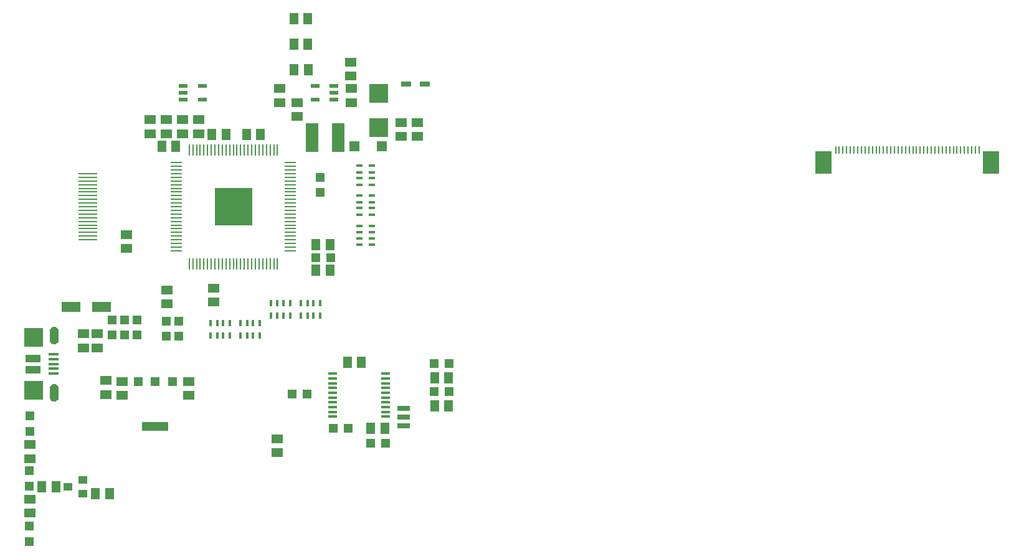
<source format=gbr>
G04 EAGLE Gerber RS-274X export*
G75*
%MOMM*%
%FSLAX34Y34*%
%LPD*%
%INSolderpaste Top*%
%IPPOS*%
%AMOC8*
5,1,8,0,0,1.08239X$1,22.5*%
G01*
%ADD10R,2.600000X0.250000*%
%ADD11R,0.270000X1.500000*%
%ADD12R,1.500000X0.270000*%
%ADD13R,5.200000X5.200000*%
%ADD14R,1.500000X1.300000*%
%ADD15R,1.300000X1.200000*%
%ADD16R,1.200000X1.300000*%
%ADD17R,1.300000X1.500000*%
%ADD18R,1.200000X0.550000*%
%ADD19R,1.300000X1.300000*%
%ADD20R,3.600000X1.300000*%
%ADD21R,1.350000X0.400000*%
%ADD22R,2.000000X1.000000*%
%ADD23R,2.500000X2.500000*%
%ADD24R,1.270000X0.304800*%
%ADD25R,1.700000X0.700000*%
%ADD26R,0.900000X0.450000*%
%ADD27R,0.450000X0.900000*%
%ADD28R,1.200000X1.200000*%
%ADD29R,1.800000X4.000000*%
%ADD30R,1.400000X1.400000*%
%ADD31R,2.540000X2.540000*%
%ADD32R,1.200000X1.000000*%
%ADD33R,0.250000X1.100000*%
%ADD34R,2.300000X3.100000*%
%ADD35R,1.350000X0.800000*%
%ADD36R,2.600000X1.400000*%

G36*
X46590Y402883D02*
X46590Y402883D01*
X47864Y403083D01*
X47911Y403100D01*
X48001Y403121D01*
X49197Y403599D01*
X49240Y403626D01*
X49323Y403666D01*
X50383Y404398D01*
X50419Y404434D01*
X50490Y404492D01*
X51361Y405442D01*
X51388Y405484D01*
X51445Y405557D01*
X52082Y406677D01*
X52099Y406724D01*
X52138Y406807D01*
X52511Y408041D01*
X52516Y408091D01*
X52536Y408181D01*
X52625Y409466D01*
X52623Y409486D01*
X52626Y409510D01*
X52626Y420510D01*
X52624Y420525D01*
X52625Y420545D01*
X52564Y421671D01*
X52553Y421718D01*
X52545Y421794D01*
X52264Y422887D01*
X52244Y422931D01*
X52222Y423004D01*
X51734Y424021D01*
X51706Y424060D01*
X51669Y424127D01*
X50992Y425030D01*
X50957Y425063D01*
X50908Y425121D01*
X50068Y425874D01*
X50027Y425900D01*
X49967Y425948D01*
X48996Y426522D01*
X48951Y426539D01*
X48884Y426575D01*
X47819Y426949D01*
X47772Y426957D01*
X47699Y426979D01*
X46582Y427138D01*
X46554Y427137D01*
X46402Y427138D01*
X45286Y426979D01*
X45240Y426964D01*
X45165Y426949D01*
X44100Y426575D01*
X44058Y426551D01*
X43988Y426522D01*
X43017Y425948D01*
X42980Y425916D01*
X42916Y425874D01*
X42076Y425121D01*
X42047Y425084D01*
X41992Y425030D01*
X41315Y424127D01*
X41293Y424084D01*
X41250Y424021D01*
X40762Y423004D01*
X40749Y422957D01*
X40720Y422887D01*
X40439Y421794D01*
X40436Y421746D01*
X40420Y421671D01*
X40359Y420545D01*
X40361Y420529D01*
X40358Y420510D01*
X40358Y409510D01*
X40361Y409495D01*
X40359Y409475D01*
X40420Y408349D01*
X40432Y408302D01*
X40439Y408226D01*
X40720Y407133D01*
X40740Y407089D01*
X40762Y407016D01*
X41250Y405999D01*
X41279Y405960D01*
X41315Y405893D01*
X41992Y404990D01*
X42027Y404957D01*
X42076Y404899D01*
X42916Y404146D01*
X42957Y404120D01*
X43017Y404072D01*
X43988Y403498D01*
X44033Y403481D01*
X44100Y403445D01*
X45165Y403071D01*
X45212Y403063D01*
X45286Y403041D01*
X46402Y402882D01*
X46403Y402882D01*
X46590Y402883D01*
G37*
G36*
X46590Y324883D02*
X46590Y324883D01*
X47864Y325083D01*
X47911Y325100D01*
X48001Y325121D01*
X49197Y325599D01*
X49240Y325626D01*
X49323Y325666D01*
X50383Y326398D01*
X50419Y326434D01*
X50490Y326492D01*
X51361Y327442D01*
X51388Y327484D01*
X51445Y327557D01*
X52082Y328677D01*
X52099Y328724D01*
X52138Y328807D01*
X52511Y330041D01*
X52516Y330091D01*
X52536Y330181D01*
X52625Y331466D01*
X52623Y331486D01*
X52626Y331510D01*
X52626Y342510D01*
X52624Y342525D01*
X52625Y342545D01*
X52564Y343671D01*
X52553Y343718D01*
X52545Y343794D01*
X52264Y344887D01*
X52244Y344931D01*
X52222Y345004D01*
X51734Y346021D01*
X51706Y346060D01*
X51669Y346127D01*
X50992Y347030D01*
X50957Y347063D01*
X50908Y347121D01*
X50068Y347874D01*
X50027Y347900D01*
X49967Y347948D01*
X48996Y348522D01*
X48951Y348539D01*
X48884Y348575D01*
X47819Y348949D01*
X47772Y348957D01*
X47699Y348979D01*
X46582Y349138D01*
X46554Y349137D01*
X46402Y349138D01*
X45286Y348979D01*
X45240Y348964D01*
X45165Y348949D01*
X44100Y348575D01*
X44058Y348551D01*
X43988Y348522D01*
X43017Y347948D01*
X42980Y347916D01*
X42916Y347874D01*
X42076Y347121D01*
X42047Y347084D01*
X41992Y347030D01*
X41315Y346127D01*
X41293Y346084D01*
X41250Y346021D01*
X40762Y345004D01*
X40749Y344957D01*
X40720Y344887D01*
X40439Y343794D01*
X40436Y343746D01*
X40420Y343671D01*
X40359Y342545D01*
X40361Y342529D01*
X40358Y342510D01*
X40358Y331510D01*
X40361Y331495D01*
X40359Y331475D01*
X40420Y330349D01*
X40432Y330302D01*
X40439Y330226D01*
X40720Y329133D01*
X40740Y329089D01*
X40762Y329016D01*
X41250Y327999D01*
X41279Y327960D01*
X41315Y327893D01*
X41992Y326990D01*
X42027Y326957D01*
X42076Y326899D01*
X42916Y326146D01*
X42957Y326120D01*
X43017Y326072D01*
X43988Y325498D01*
X44033Y325481D01*
X44100Y325445D01*
X45165Y325071D01*
X45212Y325063D01*
X45286Y325041D01*
X46402Y324882D01*
X46403Y324882D01*
X46590Y324883D01*
G37*
D10*
X92492Y545010D03*
X92492Y550010D03*
X92492Y555010D03*
X92492Y560010D03*
X92492Y565010D03*
X92492Y570010D03*
X92492Y575010D03*
X92492Y580010D03*
X92492Y585010D03*
X92492Y590010D03*
X92492Y595010D03*
X92492Y600010D03*
X92492Y605010D03*
X92492Y610010D03*
X92492Y615010D03*
X92492Y620010D03*
X92492Y625010D03*
X92492Y630010D03*
X92492Y635010D03*
D11*
X229992Y667510D03*
X234992Y667510D03*
X239992Y667510D03*
X244992Y667510D03*
X249992Y667510D03*
X254992Y667510D03*
X259992Y667510D03*
X264992Y667510D03*
X269992Y667510D03*
X274992Y667510D03*
X279992Y667510D03*
X284992Y667510D03*
X289992Y667510D03*
X294992Y667510D03*
X299992Y667510D03*
X304992Y667510D03*
X309992Y667510D03*
X314992Y667510D03*
X319992Y667510D03*
X324992Y667510D03*
X329992Y667510D03*
X334992Y667510D03*
X339992Y667510D03*
X344992Y667510D03*
X349992Y667510D03*
X229992Y512510D03*
X234992Y512510D03*
X239992Y512510D03*
X244992Y512510D03*
X249992Y512510D03*
X254992Y512510D03*
X259992Y512510D03*
X264992Y512510D03*
X269992Y512510D03*
X274992Y512510D03*
X279992Y512510D03*
X284992Y512510D03*
X289992Y512510D03*
X294992Y512510D03*
X299992Y512510D03*
X304992Y512510D03*
X309992Y512510D03*
X314992Y512510D03*
X319992Y512510D03*
X324992Y512510D03*
X329992Y512510D03*
X334992Y512510D03*
X339992Y512510D03*
X344992Y512510D03*
X349992Y512510D03*
D12*
X367492Y530010D03*
X367492Y535010D03*
X367492Y540010D03*
X367492Y545010D03*
X367492Y550010D03*
X367492Y555010D03*
X367492Y560010D03*
X367492Y565010D03*
X367492Y570010D03*
X367492Y575010D03*
X367492Y580010D03*
X367492Y585010D03*
X367492Y590010D03*
X367492Y595010D03*
X367492Y600010D03*
X367492Y605010D03*
X367492Y610010D03*
X367492Y615010D03*
X367492Y620010D03*
X367492Y625010D03*
X367492Y630010D03*
X367492Y635010D03*
X367492Y640010D03*
X367492Y645010D03*
X367492Y650010D03*
X212492Y650010D03*
X212492Y645010D03*
X212492Y640010D03*
X212492Y635010D03*
X212492Y630010D03*
X212492Y625010D03*
X212492Y620010D03*
X212492Y615010D03*
X212492Y610010D03*
X212492Y605010D03*
X212492Y600010D03*
X212492Y595010D03*
X212492Y590010D03*
X212492Y585010D03*
X212492Y580010D03*
X212492Y575010D03*
X212492Y570010D03*
X212492Y565010D03*
X212492Y560010D03*
X212492Y555010D03*
X212492Y550010D03*
X212492Y545010D03*
X212492Y540010D03*
X212492Y535010D03*
X212492Y530010D03*
D13*
X289992Y590010D03*
D14*
X176992Y708510D03*
X176992Y689510D03*
D15*
X158812Y415350D03*
X158812Y435670D03*
D16*
X422152Y520740D03*
X401832Y520740D03*
D15*
X125352Y415350D03*
X125352Y435670D03*
X142082Y415350D03*
X142082Y435670D03*
D14*
X262992Y479510D03*
X262992Y460510D03*
D17*
X279992Y688010D03*
X260992Y688010D03*
X402492Y538740D03*
X421492Y538740D03*
D15*
X407992Y609850D03*
X407992Y630170D03*
D17*
X326992Y688010D03*
X307992Y688010D03*
X192992Y672510D03*
X211992Y672510D03*
D14*
X105082Y417230D03*
X105082Y398230D03*
X199992Y477010D03*
X199992Y458010D03*
D15*
X199142Y434280D03*
X199142Y413960D03*
X216182Y414080D03*
X216182Y434400D03*
D14*
X144992Y552010D03*
X144992Y533010D03*
D18*
X221991Y754510D03*
X221991Y745010D03*
X221991Y735510D03*
X247993Y735510D03*
X247993Y754510D03*
D14*
X198992Y708510D03*
X198992Y689510D03*
X220992Y708510D03*
X220992Y689510D03*
D19*
X206992Y352510D03*
X183992Y352510D03*
X160992Y352510D03*
D20*
X183992Y291510D03*
D21*
X45242Y389010D03*
X45242Y382510D03*
X45242Y376010D03*
X45242Y369510D03*
X45242Y363010D03*
D22*
X17492Y383510D03*
X17492Y368510D03*
D23*
X18492Y412010D03*
X18492Y340010D03*
D14*
X86082Y417230D03*
X86082Y398230D03*
X138992Y333510D03*
X138992Y352510D03*
X228992Y333510D03*
X228992Y352510D03*
D17*
X421492Y504010D03*
X402492Y504010D03*
D24*
X497180Y304420D03*
X497180Y310920D03*
X497180Y317420D03*
X497180Y323920D03*
X497180Y330420D03*
X497180Y336920D03*
X497180Y343420D03*
X497180Y349920D03*
X497180Y356420D03*
X497180Y362920D03*
X424824Y362920D03*
X424824Y356420D03*
X424824Y349920D03*
X424824Y343420D03*
X424824Y336920D03*
X424824Y330420D03*
X424824Y323920D03*
X424824Y317420D03*
X424824Y310920D03*
X424824Y304420D03*
D25*
X521852Y292090D03*
X521852Y304090D03*
X521852Y316090D03*
D17*
X476902Y288220D03*
X495902Y288220D03*
D16*
X425442Y288220D03*
X445762Y288220D03*
D26*
X477992Y564010D03*
X460992Y564010D03*
X477992Y555010D03*
X477992Y547010D03*
X477992Y538010D03*
X460992Y538010D03*
X460992Y555010D03*
X460992Y547010D03*
X477992Y605010D03*
X460992Y605010D03*
X477992Y596010D03*
X477992Y588010D03*
X477992Y579010D03*
X460992Y579010D03*
X460992Y596010D03*
X460992Y588010D03*
D27*
X366992Y442010D03*
X366992Y459010D03*
X357992Y442010D03*
X349992Y442010D03*
X340992Y442010D03*
X340992Y459010D03*
X357992Y459010D03*
X349992Y459010D03*
X407992Y442010D03*
X407992Y459010D03*
X398992Y442010D03*
X390992Y442010D03*
X381992Y442010D03*
X381992Y459010D03*
X398992Y459010D03*
X390992Y459010D03*
X284992Y414510D03*
X284992Y431510D03*
X275992Y414510D03*
X267992Y414510D03*
X258992Y414510D03*
X258992Y431510D03*
X275992Y431510D03*
X267992Y431510D03*
X325992Y414510D03*
X325992Y431510D03*
X316992Y414510D03*
X308992Y414510D03*
X299992Y414510D03*
X299992Y431510D03*
X316992Y431510D03*
X308992Y431510D03*
D26*
X477992Y646010D03*
X460992Y646010D03*
X477992Y637010D03*
X477992Y629010D03*
X477992Y620010D03*
X460992Y620010D03*
X460992Y637010D03*
X460992Y629010D03*
D17*
X463902Y378120D03*
X444902Y378120D03*
D14*
X13492Y173330D03*
X13492Y192330D03*
D28*
X12532Y155960D03*
X12532Y134960D03*
D18*
X426993Y735510D03*
X426993Y745010D03*
X426993Y754510D03*
X400991Y754510D03*
X400991Y735510D03*
D29*
X396992Y684010D03*
X432992Y684010D03*
D30*
X491492Y672010D03*
X454492Y672010D03*
D14*
X376492Y731510D03*
X376492Y712510D03*
X539992Y685510D03*
X539992Y704510D03*
X517992Y685510D03*
X517992Y704510D03*
X449992Y750510D03*
X449992Y731510D03*
X449532Y767790D03*
X449532Y786790D03*
D31*
X487992Y697515D03*
X487992Y744505D03*
D14*
X352992Y731510D03*
X352992Y750510D03*
X242992Y708510D03*
X242992Y689510D03*
D28*
X13532Y284510D03*
X13532Y305510D03*
D14*
X13532Y266510D03*
X13532Y247510D03*
D28*
X12532Y209735D03*
X12532Y230735D03*
D17*
X29807Y208990D03*
X48807Y208990D03*
D32*
X65212Y208990D03*
X85212Y218490D03*
X85212Y199490D03*
D17*
X121602Y199720D03*
X102602Y199720D03*
D16*
X562982Y376410D03*
X583302Y376410D03*
X562982Y338310D03*
X583302Y338310D03*
D17*
X582642Y357360D03*
X563642Y357360D03*
X563642Y319260D03*
X582642Y319260D03*
D16*
X496562Y268440D03*
X476242Y268440D03*
X369562Y334940D03*
X389882Y334940D03*
D14*
X349822Y274240D03*
X349822Y255240D03*
D33*
X1303692Y667010D03*
X1298692Y667010D03*
X1293692Y667010D03*
X1288692Y667010D03*
X1283692Y667010D03*
X1278692Y667010D03*
X1273692Y667010D03*
X1268692Y667010D03*
X1263692Y667010D03*
X1258692Y667010D03*
X1253692Y667010D03*
X1248692Y667010D03*
X1243692Y667010D03*
X1238692Y667010D03*
X1233692Y667010D03*
X1228692Y667010D03*
X1223692Y667010D03*
X1218692Y667010D03*
X1213692Y667010D03*
X1208692Y667010D03*
X1203692Y667010D03*
X1198692Y667010D03*
X1193692Y667010D03*
X1188692Y667010D03*
X1183692Y667010D03*
X1178692Y667010D03*
X1173692Y667010D03*
X1168692Y667010D03*
X1163692Y667010D03*
X1158692Y667010D03*
X1153692Y667010D03*
X1148692Y667010D03*
X1143692Y667010D03*
X1138692Y667010D03*
X1133692Y667010D03*
X1128692Y667010D03*
X1123692Y667010D03*
X1118692Y667010D03*
X1113692Y667010D03*
X1108692Y667010D03*
D34*
X1092192Y650010D03*
X1320192Y650010D03*
D17*
X391762Y775970D03*
X372762Y775970D03*
D35*
X549902Y756920D03*
X524502Y756920D03*
D36*
X110662Y453390D03*
X69662Y453390D03*
D14*
X116832Y334670D03*
X116832Y353670D03*
D17*
X391492Y811010D03*
X372492Y811010D03*
X391492Y846010D03*
X372492Y846010D03*
M02*

</source>
